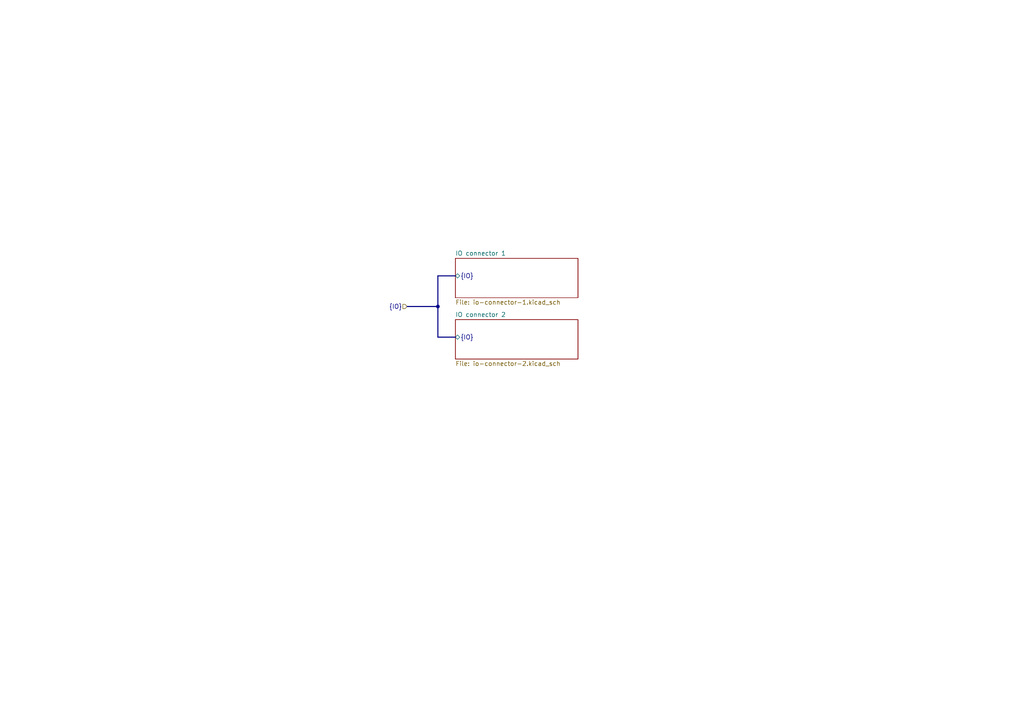
<source format=kicad_sch>
(kicad_sch
	(version 20231120)
	(generator "eeschema")
	(generator_version "8.0")
	(uuid "ba80c8e4-e47f-476d-a44f-46a4f08ba45d")
	(paper "A4")
	(title_block
		(title "${Project Designation}")
		(date "2024-06-30")
		(rev "${Revision}")
		(comment 1 "${Project Title}")
		(comment 2 "IO CONNECTOR")
		(comment 3 "${Part Number}")
	)
	(lib_symbols)
	(junction
		(at 127 88.9)
		(diameter 0)
		(color 0 0 0 0)
		(uuid "18d41030-1c67-4bf5-ae3b-f3cc42e5f25a")
	)
	(bus
		(pts
			(xy 127 97.79) (xy 132.08 97.79)
		)
		(stroke
			(width 0)
			(type default)
		)
		(uuid "3ebc6e4c-c376-4786-8bb6-4987f89eb03b")
	)
	(bus
		(pts
			(xy 127 80.01) (xy 127 88.9)
		)
		(stroke
			(width 0)
			(type default)
		)
		(uuid "432719a2-4215-4987-8307-93caf34405ab")
	)
	(bus
		(pts
			(xy 127 88.9) (xy 127 97.79)
		)
		(stroke
			(width 0)
			(type default)
		)
		(uuid "4cd64345-0a3d-4123-9cc6-7200a9c9a879")
	)
	(bus
		(pts
			(xy 118.11 88.9) (xy 127 88.9)
		)
		(stroke
			(width 0)
			(type default)
		)
		(uuid "6909cd86-b342-4ee2-bac7-4d8fd8b8286a")
	)
	(bus
		(pts
			(xy 132.08 80.01) (xy 127 80.01)
		)
		(stroke
			(width 0)
			(type default)
		)
		(uuid "76c0575a-8c88-4bd9-90b7-e16e19308130")
	)
	(hierarchical_label "{IO}"
		(shape input)
		(at 118.11 88.9 180)
		(fields_autoplaced yes)
		(effects
			(font
				(size 1.27 1.27)
			)
			(justify right)
		)
		(uuid "f828194b-f3d8-47ba-9bbf-db6001d32363")
	)
	(sheet
		(at 132.08 74.93)
		(size 35.56 11.43)
		(fields_autoplaced yes)
		(stroke
			(width 0.1524)
			(type solid)
		)
		(fill
			(color 0 0 0 0.0000)
		)
		(uuid "9b7e9ac9-0b74-4ac0-9962-3e0d280c31a1")
		(property "Sheetname" "IO connector 1"
			(at 132.08 74.2184 0)
			(effects
				(font
					(size 1.27 1.27)
				)
				(justify left bottom)
			)
		)
		(property "Sheetfile" "io-connector-1.kicad_sch"
			(at 132.08 86.9446 0)
			(effects
				(font
					(size 1.27 1.27)
				)
				(justify left top)
			)
		)
		(pin "{IO}" bidirectional
			(at 132.08 80.01 180)
			(effects
				(font
					(size 1.27 1.27)
				)
				(justify left)
			)
			(uuid "c6262be1-8f95-4a9e-baca-47b8eb653b3a")
		)
		(instances
			(project "ecap5-bsom"
				(path "/c5fd18a3-9aa0-4151-b6e0-94da3d606686/25311f3d-42bc-4bc6-b069-9a914cc16127"
					(page "19")
				)
			)
		)
	)
	(sheet
		(at 132.08 92.71)
		(size 35.56 11.43)
		(fields_autoplaced yes)
		(stroke
			(width 0.1524)
			(type solid)
		)
		(fill
			(color 0 0 0 0.0000)
		)
		(uuid "b8034c88-bc29-48fe-94a3-92f685be2030")
		(property "Sheetname" "IO connector 2"
			(at 132.08 91.9984 0)
			(effects
				(font
					(size 1.27 1.27)
				)
				(justify left bottom)
			)
		)
		(property "Sheetfile" "io-connector-2.kicad_sch"
			(at 132.08 104.7246 0)
			(effects
				(font
					(size 1.27 1.27)
				)
				(justify left top)
			)
		)
		(pin "{IO}" bidirectional
			(at 132.08 97.79 180)
			(effects
				(font
					(size 1.27 1.27)
				)
				(justify left)
			)
			(uuid "5856861d-5214-44c4-9bce-7ca991c1148c")
		)
		(instances
			(project "ecap5-bsom"
				(path "/c5fd18a3-9aa0-4151-b6e0-94da3d606686/25311f3d-42bc-4bc6-b069-9a914cc16127"
					(page "20")
				)
			)
		)
	)
)

</source>
